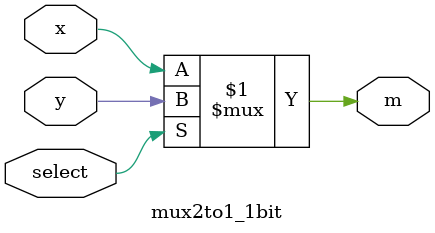
<source format=v>
module mux2to1_1bit(
	input wire x,
	input wire y,
	input wire select,
	output m
);
assign m = select ? y : x;
endmodule
</source>
